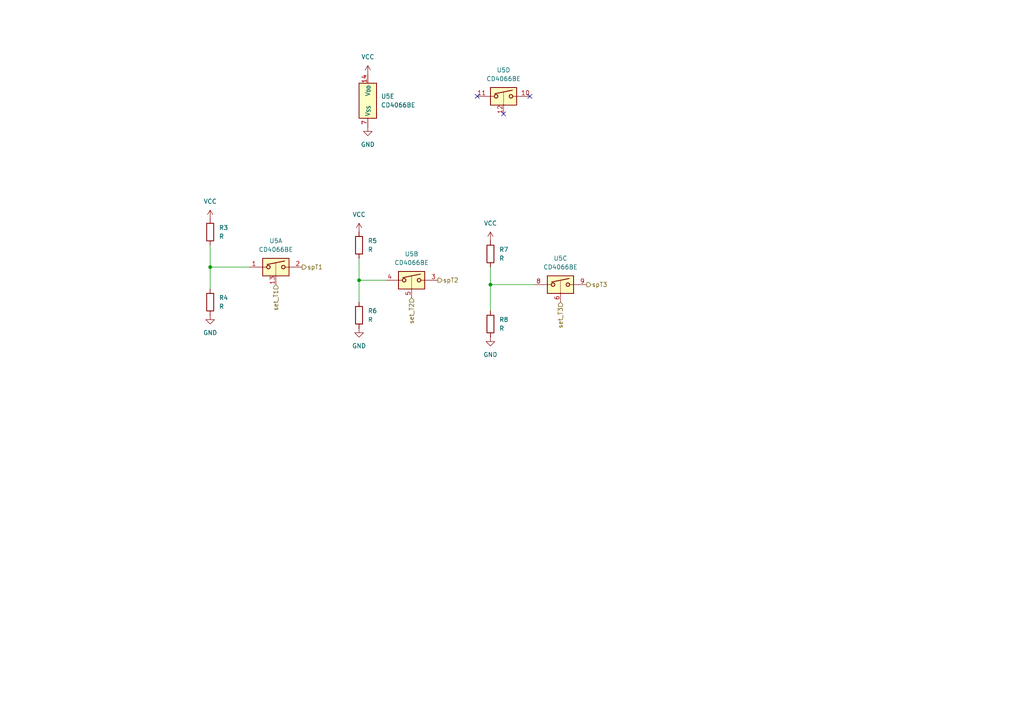
<source format=kicad_sch>
(kicad_sch (version 20250114) (generator "eeschema") (generator_version "9.0")
  (paper "A4")
  (lib_symbols
    (symbol "Analog_Switch:CD4066BE"
      (property "Reference" "U" (at -5.08 3.81 0))
      (property "Value" "CD4066BE" (at 7.62 3.81 0))
      (symbol "CD4066BE_1_1"
        (polyline (pts (xy -5.08 0) (xy -2.794 0)))
        (rectangle (start -3.81 2.54) (end 3.81 -2.54) (stroke (width 0.254)) (fill (type background)))
        (polyline (pts (xy -2.54 0.762) (xy 2.54 1.778)) (stroke (width 0.254)))
        (circle (center -2.159 0) (radius 0.508) (stroke (width 0.254)))
        (polyline (pts (xy 0 0.762) (xy 0 1.016)))
        (polyline (pts (xy 0 0.254) (xy 0 0.508)))
        (polyline (pts (xy 0 -0.254) (xy 0 0)))
        (polyline (pts (xy 0 -0.762) (xy 0 -0.508)))
        (polyline (pts (xy 0 -1.27) (xy 0 -1.016)))
        (polyline (pts (xy 0 -1.778) (xy 0 -1.524)))
        (polyline (pts (xy 0 -2.54) (xy 0 -2.032)))
        (circle (center 2.159 0) (radius 0.508) (stroke (width 0.254)))
        (polyline (pts (xy 5.08 0) (xy 2.794 0)))
        (pin bidirectional line (at -7.62 0 0) (length 2.54) (name "~") (number "1"))
        (pin input line (at 0 -5.08 90) (length 2.54) (name "~") (number "13"))
        (pin bidirectional line (at 7.62 0 180) (length 2.54) (name "~") (number "2"))
      )
      (symbol "CD4066BE_2_1"
        (polyline (pts (xy -5.08 0) (xy -2.794 0)))
        (rectangle (start -3.81 2.54) (end 3.81 -2.54) (stroke (width 0.254)) (fill (type background)))
        (polyline (pts (xy -2.54 0.762) (xy 2.54 1.778)) (stroke (width 0.254)))
        (circle (center -2.159 0) (radius 0.508) (stroke (width 0.254)))
        (polyline (pts (xy 0 0.762) (xy 0 1.016)))
        (polyline (pts (xy 0 0.254) (xy 0 0.508)))
        (polyline (pts (xy 0 -0.254) (xy 0 0)))
        (polyline (pts (xy 0 -0.762) (xy 0 -0.508)))
        (polyline (pts (xy 0 -1.27) (xy 0 -1.016)))
        (polyline (pts (xy 0 -1.778) (xy 0 -1.524)))
        (polyline (pts (xy 0 -2.54) (xy 0 -2.032)))
        (circle (center 2.159 0) (radius 0.508) (stroke (width 0.254)))
        (polyline (pts (xy 5.08 0) (xy 2.794 0)))
        (pin bidirectional line (at -7.62 0 0) (length 2.54) (name "~") (number "4"))
        (pin input line (at 0 -5.08 90) (length 2.54) (name "~") (number "5"))
        (pin bidirectional line (at 7.62 0 180) (length 2.54) (name "~") (number "3"))
      )
      (symbol "CD4066BE_3_1"
        (polyline (pts (xy -5.08 0) (xy -2.794 0)))
        (rectangle (start -3.81 2.54) (end 3.81 -2.54) (stroke (width 0.254)) (fill (type background)))
        (polyline (pts (xy -2.54 0.762) (xy 2.54 1.778)) (stroke (width 0.254)))
        (circle (center -2.159 0) (radius 0.508) (stroke (width 0.254)))
        (polyline (pts (xy 0 0.762) (xy 0 1.016)))
        (polyline (pts (xy 0 0.254) (xy 0 0.508)))
        (polyline (pts (xy 0 -0.254) (xy 0 0)))
        (polyline (pts (xy 0 -0.762) (xy 0 -0.508)))
        (polyline (pts (xy 0 -1.27) (xy 0 -1.016)))
        (polyline (pts (xy 0 -1.778) (xy 0 -1.524)))
        (polyline (pts (xy 0 -2.54) (xy 0 -2.032)))
        (circle (center 2.159 0) (radius 0.508) (stroke (width 0.254)))
        (polyline (pts (xy 5.08 0) (xy 2.794 0)))
        (pin bidirectional line (at -7.62 0 0) (length 2.54) (name "~") (number "8"))
        (pin input line (at 0 -5.08 90) (length 2.54) (name "~") (number "6"))
        (pin bidirectional line (at 7.62 0 180) (length 2.54) (name "~") (number "9"))
      )
      (symbol "CD4066BE_4_1"
        (polyline (pts (xy -5.08 0) (xy -2.794 0)))
        (rectangle (start -3.81 2.54) (end 3.81 -2.54) (stroke (width 0.254)) (fill (type background)))
        (polyline (pts (xy -2.54 0.762) (xy 2.54 1.778)) (stroke (width 0.254)))
        (circle (center -2.159 0) (radius 0.508) (stroke (width 0.254)))
        (polyline (pts (xy 0 0.762) (xy 0 1.016)))
        (polyline (pts (xy 0 0.254) (xy 0 0.508)))
        (polyline (pts (xy 0 -0.254) (xy 0 0)))
        (polyline (pts (xy 0 -0.762) (xy 0 -0.508)))
        (polyline (pts (xy 0 -1.27) (xy 0 -1.016)))
        (polyline (pts (xy 0 -1.778) (xy 0 -1.524)))
        (polyline (pts (xy 0 -2.54) (xy 0 -2.032)))
        (circle (center 2.159 0) (radius 0.508) (stroke (width 0.254)))
        (polyline (pts (xy 5.08 0) (xy 2.794 0)))
        (pin bidirectional line (at -7.62 0 0) (length 2.54) (name "~") (number "11"))
        (pin input line (at 0 -5.08 90) (length 2.54) (name "~") (number "12"))
        (pin bidirectional line (at 7.62 0 180) (length 2.54) (name "~") (number "10"))
      )
      (symbol "CD4066BE_5_1"
        (rectangle (start -2.54 5.08) (end 2.54 -5.08) (stroke (width 0.254)) (fill (type background)))
        (pin power_in line (at 0 7.62 270) (length 2.54) (name "V_{DD}") (number "14"))
        (pin power_in line (at 0 -7.62 90) (length 2.54) (name "V_{SS}") (number "7"))
      )
    )
    (symbol "Device:R" (pin_numbers (hide yes)) (pin_names (offset 0))
      (property "Reference" "R" (at 2.032 0 90))
      (property "Value" "R" (at 0 0 90))
      (symbol "R_0_1"
        (rectangle (start -1.016 -2.54) (end 1.016 2.54) (stroke (width 0.254)))
      )
      (symbol "R_1_1"
        (pin passive line (at 0 3.81 270) (length 1.27) (name "~") (number "1"))
        (pin passive line (at 0 -3.81 90) (length 1.27) (name "~") (number "2"))
      )
    )
    (symbol "power:GND" (power) (pin_numbers (hide yes)) (pin_names (offset 0) (hide yes))
      (property "Value" "GND" (at 0 -3.81 0))
      (symbol "GND_0_1"
        (polyline (pts (xy 0 0) (xy 0 -1.27) (xy 1.27 -1.27) (xy 0 -2.54) (xy -1.27 -1.27) (xy 0 -1.27)))
      )
      (symbol "GND_1_1"
        (pin power_in line (at 0 0 270) (length 0) (name "~") (number "1"))
      )
    )
    (symbol "power:VCC" (power) (pin_numbers (hide yes)) (pin_names (offset 0) (hide yes))
      (property "Value" "VCC" (at 0 3.556 0))
      (symbol "VCC_0_1"
        (polyline (pts (xy -0.762 1.27) (xy 0 2.54)))
        (polyline (pts (xy 0 2.54) (xy 0.762 1.27)))
        (polyline (pts (xy 0 0) (xy 0 2.54)))
      )
      (symbol "VCC_1_1"
        (pin power_in line (at 0 0 90) (length 0) (name "~") (number "1"))
      )
    )
  )
  (junction (at 104.14 81.28))
  (junction (at 142.24 82.55))
  (junction (at 60.96 77.47))
  (no_connect (at 146.05 33.02))
  (no_connect (at 153.67 27.94))
  (no_connect (at 138.43 27.94))
  (wire (pts (xy 60.96 71.12) (xy 60.96 77.47)))
  (wire (pts (xy 60.96 77.47) (xy 60.96 83.82)))
  (wire (pts (xy 104.14 74.93) (xy 104.14 81.28)))
  (wire (pts (xy 60.96 77.47) (xy 72.39 77.47)))
  (wire (pts (xy 104.14 81.28) (xy 104.14 87.63)))
  (wire (pts (xy 104.14 81.28) (xy 111.76 81.28)))
  (wire (pts (xy 142.24 77.47) (xy 142.24 82.55)))
  (wire (pts (xy 142.24 82.55) (xy 142.24 90.17)))
  (wire (pts (xy 142.24 82.55) (xy 154.94 82.55)))
  (hierarchical_label "set_T1" (shape input) (at 80.01 82.55 270))
  (hierarchical_label "spT2" (shape output) (at 127 81.28 0))
  (hierarchical_label "spT3" (shape output) (at 170.18 82.55 0))
  (hierarchical_label "spT1" (shape output) (at 87.63 77.47 0))
  (hierarchical_label "set_T3" (shape input) (at 162.56 87.63 270))
  (hierarchical_label "set_T2" (shape input) (at 119.38 86.36 270))
  (symbol (lib_id "Device:R") (at 142.24 73.66 0) (unit 1)
    (property "Reference" "R7" (at 144.78 72.3899 0) (effects (justify left)))
    (property "Value" "R" (at 144.78 74.9299 0) (effects (justify left)))
    (property "Description" "Resistor" (effects (hide yes)))
  )
  (symbol (lib_id "Device:R") (at 142.24 93.98 0) (unit 1)
    (property "Reference" "R8" (at 144.78 92.7099 0) (effects (justify left)))
    (property "Value" "R" (at 144.78 95.2499 0) (effects (justify left)))
    (property "Description" "Resistor" (effects (hide yes)))
  )
  (symbol (lib_id "Analog_Switch:CD4066BE") (at 106.68 29.21 0) (unit 5)
    (property "Reference" "U5" (at 110.49 27.9399 0) (effects (justify left)))
    (property "Value" "CD4066BE" (at 110.49 30.4799 0) (effects (justify left)))
    (property "Footprint" "Package_DIP:DIP-14_W7.62mm" (effects (hide yes)))
    (property "Datasheet" "https://www.ti.com/lit/ds/symlink/cd4066b.pdf" (effects (hide yes)))
    (property "Description" "Quad 20V analog SPST 1:1 switch, DIP-14" (effects (hide yes)))
  )
  (symbol (lib_id "Analog_Switch:CD4066BE") (at 80.01 77.47 0) (unit 1)
    (property "Reference" "U5" (at 80.01 69.85 0))
    (property "Value" "CD4066BE" (at 80.01 72.39 0))
    (property "Footprint" "Package_DIP:DIP-14_W7.62mm" (effects (hide yes)))
    (property "Datasheet" "https://www.ti.com/lit/ds/symlink/cd4066b.pdf" (effects (hide yes)))
    (property "Description" "Quad 20V analog SPST 1:1 switch, DIP-14" (effects (hide yes)))
  )
  (symbol (lib_id "power:GND") (at 60.96 91.44 0) (unit 1)
    (property "Reference" "#PWR015" (effects (hide yes)))
    (property "Value" "GND" (at 60.96 96.52 0))
    (property "Description" "Power symbol creates a global label with name \"GND\" , ground" (effects (hide yes)))
  )
  (symbol (lib_id "power:GND") (at 142.24 97.79 0) (unit 1)
    (property "Reference" "#PWR0109" (effects (hide yes)))
    (property "Value" "GND" (at 142.24 102.87 0))
    (property "Description" "Power symbol creates a global label with name \"GND\" , ground" (effects (hide yes)))
  )
  (symbol (lib_id "power:VCC") (at 142.24 69.85 0) (unit 1)
    (property "Reference" "#PWR0111" (effects (hide yes)))
    (property "Value" "VCC" (at 142.24 64.77 0))
    (property "Description" "Power symbol creates a global label with name \"VCC\"" (effects (hide yes)))
  )
  (symbol (lib_id "power:VCC") (at 60.96 63.5 0) (unit 1)
    (property "Reference" "#PWR014" (effects (hide yes)))
    (property "Value" "VCC" (at 60.96 58.42 0))
    (property "Description" "Power symbol creates a global label with name \"VCC\"" (effects (hide yes)))
  )
  (symbol (lib_id "Device:R") (at 60.96 87.63 0) (unit 1)
    (property "Reference" "R4" (at 63.5 86.3599 0) (effects (justify left)))
    (property "Value" "R" (at 63.5 88.8999 0) (effects (justify left)))
    (property "Description" "Resistor" (effects (hide yes)))
  )
  (symbol (lib_id "Device:R") (at 104.14 91.44 0) (unit 1)
    (property "Reference" "R6" (at 106.68 90.1699 0) (effects (justify left)))
    (property "Value" "R" (at 106.68 92.7099 0) (effects (justify left)))
    (property "Description" "Resistor" (effects (hide yes)))
  )
  (symbol (lib_id "power:GND") (at 104.14 95.25 0) (unit 1)
    (property "Reference" "#PWR0110" (effects (hide yes)))
    (property "Value" "GND" (at 104.14 100.33 0))
    (property "Description" "Power symbol creates a global label with name \"GND\" , ground" (effects (hide yes)))
  )
  (symbol (lib_id "power:VCC") (at 104.14 67.31 0) (unit 1)
    (property "Reference" "#PWR0108" (effects (hide yes)))
    (property "Value" "VCC" (at 104.14 62.23 0))
    (property "Description" "Power symbol creates a global label with name \"VCC\"" (effects (hide yes)))
  )
  (symbol (lib_id "Analog_Switch:CD4066BE") (at 119.38 81.28 0) (unit 2)
    (property "Reference" "U5" (at 119.38 73.66 0))
    (property "Value" "CD4066BE" (at 119.38 76.2 0))
    (property "Footprint" "Package_DIP:DIP-14_W7.62mm" (effects (hide yes)))
    (property "Datasheet" "https://www.ti.com/lit/ds/symlink/cd4066b.pdf" (effects (hide yes)))
    (property "Description" "Quad 20V analog SPST 1:1 switch, DIP-14" (effects (hide yes)))
  )
  (symbol (lib_id "Device:R") (at 104.14 71.12 0) (unit 1)
    (property "Reference" "R5" (at 106.68 69.8499 0) (effects (justify left)))
    (property "Value" "R" (at 106.68 72.3899 0) (effects (justify left)))
    (property "Description" "Resistor" (effects (hide yes)))
  )
  (symbol (lib_id "Device:R") (at 60.96 67.31 0) (unit 1)
    (property "Reference" "R3" (at 63.5 66.0399 0) (effects (justify left)))
    (property "Value" "R" (at 63.5 68.5799 0) (effects (justify left)))
    (property "Description" "Resistor" (effects (hide yes)))
  )
  (symbol (lib_id "power:GND") (at 106.68 36.83 0) (unit 1)
    (property "Reference" "#PWR013" (effects (hide yes)))
    (property "Value" "GND" (at 106.68 41.91 0))
    (property "Description" "Power symbol creates a global label with name \"GND\" , ground" (effects (hide yes)))
  )
  (symbol (lib_id "power:VCC") (at 106.68 21.59 0) (unit 1)
    (property "Reference" "#PWR012" (effects (hide yes)))
    (property "Value" "VCC" (at 106.68 16.51 0))
    (property "Description" "Power symbol creates a global label with name \"VCC\"" (effects (hide yes)))
  )
  (symbol (lib_id "Analog_Switch:CD4066BE") (at 162.56 82.55 0) (unit 3)
    (property "Reference" "U5" (at 162.56 74.93 0))
    (property "Value" "CD4066BE" (at 162.56 77.47 0))
    (property "Footprint" "Package_DIP:DIP-14_W7.62mm" (effects (hide yes)))
    (property "Datasheet" "https://www.ti.com/lit/ds/symlink/cd4066b.pdf" (effects (hide yes)))
    (property "Description" "Quad 20V analog SPST 1:1 switch, DIP-14" (effects (hide yes)))
  )
  (symbol (lib_id "Analog_Switch:CD4066BE") (at 146.05 27.94 0) (unit 4)
    (property "Reference" "U5" (at 146.05 20.32 0))
    (property "Value" "CD4066BE" (at 146.05 22.86 0))
    (property "Footprint" "Package_DIP:DIP-14_W7.62mm" (effects (hide yes)))
    (property "Datasheet" "https://www.ti.com/lit/ds/symlink/cd4066b.pdf" (effects (hide yes)))
    (property "Description" "Quad 20V analog SPST 1:1 switch, DIP-14" (effects (hide yes)))
  )
)
</source>
